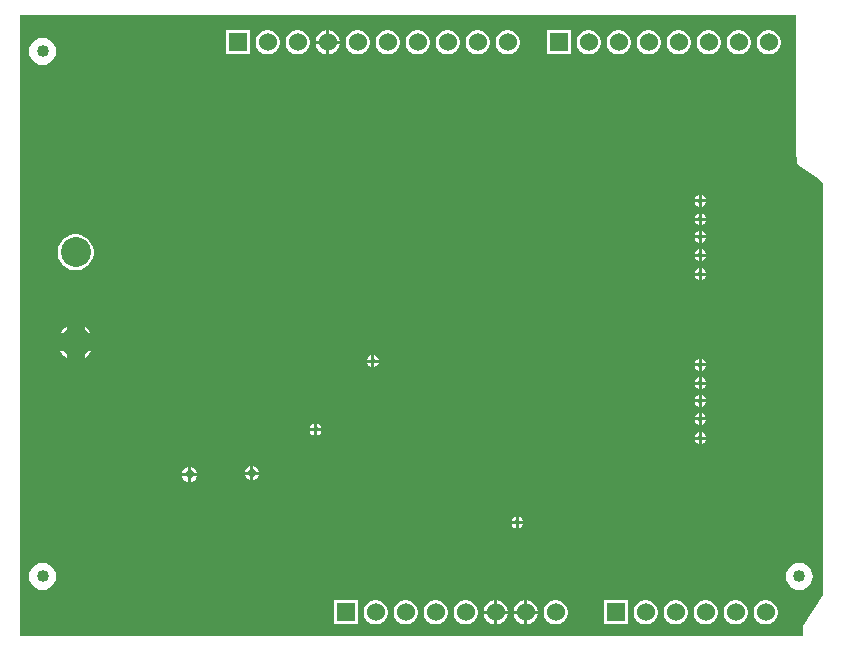
<source format=gbl>
G04*
G04 #@! TF.GenerationSoftware,Altium Limited,Altium Designer,22.10.1 (41)*
G04*
G04 Layer_Physical_Order=2*
G04 Layer_Color=16711680*
%FSLAX44Y44*%
%MOMM*%
G71*
G04*
G04 #@! TF.SameCoordinates,3906EDFC-F3CD-4CEC-90A2-A8884CA3E33F*
G04*
G04*
G04 #@! TF.FilePolarity,Positive*
G04*
G01*
G75*
%ADD32C,0.7112*%
%ADD35C,1.5240*%
%ADD36R,1.5240X1.5240*%
%ADD37C,1.0160*%
%ADD38C,2.5400*%
%ADD39C,0.5080*%
G36*
X660400Y411480D02*
X661620Y410260D01*
Y406400D01*
X661669Y406157D01*
X661667Y405909D01*
X661766Y405666D01*
X661817Y405409D01*
X661955Y405203D01*
X662049Y404974D01*
X662233Y404787D01*
X662379Y404569D01*
X662585Y404431D01*
X662759Y404255D01*
X677799Y394081D01*
X683260Y388620D01*
Y40342D01*
X667085Y14057D01*
X667012Y13863D01*
X666898Y13691D01*
X666838Y13394D01*
X666733Y13110D01*
X666741Y12903D01*
X666700Y12700D01*
Y5080D01*
X3860D01*
Y530860D01*
X660400D01*
Y411480D01*
D02*
G37*
%LPC*%
G36*
X265498Y518160D02*
X265430D01*
Y509270D01*
X274320D01*
Y509338D01*
X273628Y511922D01*
X272290Y514238D01*
X270398Y516130D01*
X268082Y517468D01*
X265498Y518160D01*
D02*
G37*
G36*
X262890D02*
X262822D01*
X260238Y517468D01*
X257922Y516130D01*
X256030Y514238D01*
X254692Y511922D01*
X254000Y509338D01*
Y509270D01*
X262890D01*
Y518160D01*
D02*
G37*
G36*
X638878D02*
X636202D01*
X633618Y517468D01*
X631302Y516130D01*
X629410Y514238D01*
X628072Y511922D01*
X627380Y509338D01*
Y506662D01*
X628072Y504078D01*
X629410Y501762D01*
X631302Y499870D01*
X633618Y498532D01*
X636202Y497840D01*
X638878D01*
X641462Y498532D01*
X643778Y499870D01*
X645670Y501762D01*
X647008Y504078D01*
X647700Y506662D01*
Y509338D01*
X647008Y511922D01*
X645670Y514238D01*
X643778Y516130D01*
X641462Y517468D01*
X638878Y518160D01*
D02*
G37*
G36*
X613478D02*
X610802D01*
X608218Y517468D01*
X605902Y516130D01*
X604010Y514238D01*
X602672Y511922D01*
X601980Y509338D01*
Y506662D01*
X602672Y504078D01*
X604010Y501762D01*
X605902Y499870D01*
X608218Y498532D01*
X610802Y497840D01*
X613478D01*
X616062Y498532D01*
X618378Y499870D01*
X620270Y501762D01*
X621608Y504078D01*
X622300Y506662D01*
Y509338D01*
X621608Y511922D01*
X620270Y514238D01*
X618378Y516130D01*
X616062Y517468D01*
X613478Y518160D01*
D02*
G37*
G36*
X588078D02*
X585402D01*
X582818Y517468D01*
X580502Y516130D01*
X578610Y514238D01*
X577272Y511922D01*
X576580Y509338D01*
Y506662D01*
X577272Y504078D01*
X578610Y501762D01*
X580502Y499870D01*
X582818Y498532D01*
X585402Y497840D01*
X588078D01*
X590662Y498532D01*
X592978Y499870D01*
X594870Y501762D01*
X596208Y504078D01*
X596900Y506662D01*
Y509338D01*
X596208Y511922D01*
X594870Y514238D01*
X592978Y516130D01*
X590662Y517468D01*
X588078Y518160D01*
D02*
G37*
G36*
X562678D02*
X560002D01*
X557418Y517468D01*
X555102Y516130D01*
X553210Y514238D01*
X551872Y511922D01*
X551180Y509338D01*
Y506662D01*
X551872Y504078D01*
X553210Y501762D01*
X555102Y499870D01*
X557418Y498532D01*
X560002Y497840D01*
X562678D01*
X565262Y498532D01*
X567578Y499870D01*
X569470Y501762D01*
X570808Y504078D01*
X571500Y506662D01*
Y509338D01*
X570808Y511922D01*
X569470Y514238D01*
X567578Y516130D01*
X565262Y517468D01*
X562678Y518160D01*
D02*
G37*
G36*
X537278D02*
X534602D01*
X532018Y517468D01*
X529702Y516130D01*
X527810Y514238D01*
X526472Y511922D01*
X525780Y509338D01*
Y506662D01*
X526472Y504078D01*
X527810Y501762D01*
X529702Y499870D01*
X532018Y498532D01*
X534602Y497840D01*
X537278D01*
X539862Y498532D01*
X542178Y499870D01*
X544070Y501762D01*
X545408Y504078D01*
X546100Y506662D01*
Y509338D01*
X545408Y511922D01*
X544070Y514238D01*
X542178Y516130D01*
X539862Y517468D01*
X537278Y518160D01*
D02*
G37*
G36*
X511878D02*
X509202D01*
X506618Y517468D01*
X504302Y516130D01*
X502410Y514238D01*
X501072Y511922D01*
X500380Y509338D01*
Y506662D01*
X501072Y504078D01*
X502410Y501762D01*
X504302Y499870D01*
X506618Y498532D01*
X509202Y497840D01*
X511878D01*
X514462Y498532D01*
X516778Y499870D01*
X518670Y501762D01*
X520008Y504078D01*
X520700Y506662D01*
Y509338D01*
X520008Y511922D01*
X518670Y514238D01*
X516778Y516130D01*
X514462Y517468D01*
X511878Y518160D01*
D02*
G37*
G36*
X486478D02*
X483802D01*
X481218Y517468D01*
X478902Y516130D01*
X477010Y514238D01*
X475672Y511922D01*
X474980Y509338D01*
Y506662D01*
X475672Y504078D01*
X477010Y501762D01*
X478902Y499870D01*
X481218Y498532D01*
X483802Y497840D01*
X486478D01*
X489062Y498532D01*
X491378Y499870D01*
X493270Y501762D01*
X494608Y504078D01*
X495300Y506662D01*
Y509338D01*
X494608Y511922D01*
X493270Y514238D01*
X491378Y516130D01*
X489062Y517468D01*
X486478Y518160D01*
D02*
G37*
G36*
X469900D02*
X449580D01*
Y497840D01*
X469900D01*
Y518160D01*
D02*
G37*
G36*
X417898D02*
X415222D01*
X412638Y517468D01*
X410322Y516130D01*
X408430Y514238D01*
X407092Y511922D01*
X406400Y509338D01*
Y506662D01*
X407092Y504078D01*
X408430Y501762D01*
X410322Y499870D01*
X412638Y498532D01*
X415222Y497840D01*
X417898D01*
X420482Y498532D01*
X422798Y499870D01*
X424690Y501762D01*
X426028Y504078D01*
X426720Y506662D01*
Y509338D01*
X426028Y511922D01*
X424690Y514238D01*
X422798Y516130D01*
X420482Y517468D01*
X417898Y518160D01*
D02*
G37*
G36*
X392498D02*
X389822D01*
X387238Y517468D01*
X384922Y516130D01*
X383030Y514238D01*
X381692Y511922D01*
X381000Y509338D01*
Y506662D01*
X381692Y504078D01*
X383030Y501762D01*
X384922Y499870D01*
X387238Y498532D01*
X389822Y497840D01*
X392498D01*
X395082Y498532D01*
X397398Y499870D01*
X399290Y501762D01*
X400628Y504078D01*
X401320Y506662D01*
Y509338D01*
X400628Y511922D01*
X399290Y514238D01*
X397398Y516130D01*
X395082Y517468D01*
X392498Y518160D01*
D02*
G37*
G36*
X367098D02*
X364422D01*
X361838Y517468D01*
X359522Y516130D01*
X357630Y514238D01*
X356292Y511922D01*
X355600Y509338D01*
Y506662D01*
X356292Y504078D01*
X357630Y501762D01*
X359522Y499870D01*
X361838Y498532D01*
X364422Y497840D01*
X367098D01*
X369682Y498532D01*
X371998Y499870D01*
X373890Y501762D01*
X375228Y504078D01*
X375920Y506662D01*
Y509338D01*
X375228Y511922D01*
X373890Y514238D01*
X371998Y516130D01*
X369682Y517468D01*
X367098Y518160D01*
D02*
G37*
G36*
X341698D02*
X339022D01*
X336438Y517468D01*
X334122Y516130D01*
X332230Y514238D01*
X330892Y511922D01*
X330200Y509338D01*
Y506662D01*
X330892Y504078D01*
X332230Y501762D01*
X334122Y499870D01*
X336438Y498532D01*
X339022Y497840D01*
X341698D01*
X344282Y498532D01*
X346598Y499870D01*
X348490Y501762D01*
X349828Y504078D01*
X350520Y506662D01*
Y509338D01*
X349828Y511922D01*
X348490Y514238D01*
X346598Y516130D01*
X344282Y517468D01*
X341698Y518160D01*
D02*
G37*
G36*
X316298D02*
X313622D01*
X311038Y517468D01*
X308722Y516130D01*
X306830Y514238D01*
X305492Y511922D01*
X304800Y509338D01*
Y506662D01*
X305492Y504078D01*
X306830Y501762D01*
X308722Y499870D01*
X311038Y498532D01*
X313622Y497840D01*
X316298D01*
X318882Y498532D01*
X321198Y499870D01*
X323090Y501762D01*
X324428Y504078D01*
X325120Y506662D01*
Y509338D01*
X324428Y511922D01*
X323090Y514238D01*
X321198Y516130D01*
X318882Y517468D01*
X316298Y518160D01*
D02*
G37*
G36*
X290898D02*
X288222D01*
X285638Y517468D01*
X283322Y516130D01*
X281430Y514238D01*
X280092Y511922D01*
X279400Y509338D01*
Y506662D01*
X280092Y504078D01*
X281430Y501762D01*
X283322Y499870D01*
X285638Y498532D01*
X288222Y497840D01*
X290898D01*
X293482Y498532D01*
X295798Y499870D01*
X297690Y501762D01*
X299028Y504078D01*
X299720Y506662D01*
Y509338D01*
X299028Y511922D01*
X297690Y514238D01*
X295798Y516130D01*
X293482Y517468D01*
X290898Y518160D01*
D02*
G37*
G36*
X274320Y506730D02*
X265430D01*
Y497840D01*
X265498D01*
X268082Y498532D01*
X270398Y499870D01*
X272290Y501762D01*
X273628Y504078D01*
X274320Y506662D01*
Y506730D01*
D02*
G37*
G36*
X262890D02*
X254000D01*
Y506662D01*
X254692Y504078D01*
X256030Y501762D01*
X257922Y499870D01*
X260238Y498532D01*
X262822Y497840D01*
X262890D01*
Y506730D01*
D02*
G37*
G36*
X240098Y518160D02*
X237422D01*
X234838Y517468D01*
X232522Y516130D01*
X230630Y514238D01*
X229292Y511922D01*
X228600Y509338D01*
Y506662D01*
X229292Y504078D01*
X230630Y501762D01*
X232522Y499870D01*
X234838Y498532D01*
X237422Y497840D01*
X240098D01*
X242682Y498532D01*
X244998Y499870D01*
X246890Y501762D01*
X248228Y504078D01*
X248920Y506662D01*
Y509338D01*
X248228Y511922D01*
X246890Y514238D01*
X244998Y516130D01*
X242682Y517468D01*
X240098Y518160D01*
D02*
G37*
G36*
X214698D02*
X212022D01*
X209438Y517468D01*
X207122Y516130D01*
X205230Y514238D01*
X203892Y511922D01*
X203200Y509338D01*
Y506662D01*
X203892Y504078D01*
X205230Y501762D01*
X207122Y499870D01*
X209438Y498532D01*
X212022Y497840D01*
X214698D01*
X217282Y498532D01*
X219598Y499870D01*
X221490Y501762D01*
X222828Y504078D01*
X223520Y506662D01*
Y509338D01*
X222828Y511922D01*
X221490Y514238D01*
X219598Y516130D01*
X217282Y517468D01*
X214698Y518160D01*
D02*
G37*
G36*
X198120D02*
X177800D01*
Y497840D01*
X198120D01*
Y518160D01*
D02*
G37*
G36*
X22860Y511909D02*
X19876Y511516D01*
X17096Y510364D01*
X14708Y508532D01*
X12876Y506144D01*
X11724Y503364D01*
X11331Y500380D01*
X11724Y497396D01*
X12876Y494616D01*
X14708Y492228D01*
X17096Y490396D01*
X19876Y489244D01*
X22860Y488851D01*
X25844Y489244D01*
X28624Y490396D01*
X31012Y492228D01*
X32844Y494616D01*
X33996Y497396D01*
X34389Y500380D01*
X33996Y503364D01*
X32844Y506144D01*
X31012Y508532D01*
X28624Y510364D01*
X25844Y511516D01*
X22860Y511909D01*
D02*
G37*
G36*
X581152Y378927D02*
Y375224D01*
X584855D01*
X584189Y376832D01*
X582760Y378261D01*
X581152Y378927D01*
D02*
G37*
G36*
X578612D02*
X577004Y378261D01*
X575575Y376832D01*
X574910Y375224D01*
X578612D01*
Y378927D01*
D02*
G37*
G36*
X584855Y372685D02*
X581152D01*
Y368982D01*
X582760Y369648D01*
X584189Y371077D01*
X584855Y372685D01*
D02*
G37*
G36*
X578612D02*
X574910D01*
X575575Y371077D01*
X577004Y369648D01*
X578612Y368982D01*
Y372685D01*
D02*
G37*
G36*
X581152Y363179D02*
Y359477D01*
X584855D01*
X584189Y361084D01*
X582760Y362513D01*
X581152Y363179D01*
D02*
G37*
G36*
X578612D02*
X577004Y362513D01*
X575575Y361084D01*
X574910Y359477D01*
X578612D01*
Y363179D01*
D02*
G37*
G36*
X584855Y356936D02*
X581152D01*
Y353234D01*
X582760Y353900D01*
X584189Y355329D01*
X584855Y356936D01*
D02*
G37*
G36*
X578612D02*
X574910D01*
X575575Y355329D01*
X577004Y353900D01*
X578612Y353234D01*
Y356936D01*
D02*
G37*
G36*
X581152Y348447D02*
Y344744D01*
X584855D01*
X584189Y346352D01*
X582760Y347781D01*
X581152Y348447D01*
D02*
G37*
G36*
X578612D02*
X577004Y347781D01*
X575575Y346352D01*
X574910Y344744D01*
X578612D01*
Y348447D01*
D02*
G37*
G36*
X584855Y342205D02*
X581152D01*
Y338502D01*
X582760Y339168D01*
X584189Y340597D01*
X584855Y342205D01*
D02*
G37*
G36*
X578612D02*
X574910D01*
X575575Y340597D01*
X577004Y339168D01*
X578612Y338502D01*
Y342205D01*
D02*
G37*
G36*
X581152Y332953D02*
Y329250D01*
X584855D01*
X584189Y330858D01*
X582760Y332287D01*
X581152Y332953D01*
D02*
G37*
G36*
X578612D02*
X577004Y332287D01*
X575575Y330858D01*
X574910Y329250D01*
X578612D01*
Y332953D01*
D02*
G37*
G36*
X584855Y326711D02*
X581152D01*
Y323008D01*
X582760Y323674D01*
X584189Y325103D01*
X584855Y326711D01*
D02*
G37*
G36*
X578612D02*
X574910D01*
X575575Y325103D01*
X577004Y323674D01*
X578612Y323008D01*
Y326711D01*
D02*
G37*
G36*
X52301Y345440D02*
X49299D01*
X46355Y344854D01*
X43581Y343705D01*
X41085Y342038D01*
X38962Y339915D01*
X37294Y337419D01*
X36146Y334645D01*
X35560Y331701D01*
Y328699D01*
X36146Y325755D01*
X37294Y322981D01*
X38962Y320485D01*
X41085Y318362D01*
X43581Y316695D01*
X46355Y315546D01*
X49299Y314960D01*
X52301D01*
X55245Y315546D01*
X58019Y316695D01*
X60515Y318362D01*
X62638Y320485D01*
X64306Y322981D01*
X65454Y325755D01*
X66040Y328699D01*
Y331701D01*
X65454Y334645D01*
X64306Y337419D01*
X62638Y339915D01*
X60515Y342038D01*
X58019Y343705D01*
X55245Y344854D01*
X52301Y345440D01*
D02*
G37*
G36*
X581152Y316697D02*
Y312994D01*
X584855D01*
X584189Y314602D01*
X582760Y316031D01*
X581152Y316697D01*
D02*
G37*
G36*
X578612D02*
X577004Y316031D01*
X575575Y314602D01*
X574910Y312994D01*
X578612D01*
Y316697D01*
D02*
G37*
G36*
X584855Y310455D02*
X581152D01*
Y306752D01*
X582760Y307418D01*
X584189Y308847D01*
X584855Y310455D01*
D02*
G37*
G36*
X578612D02*
X574910D01*
X575575Y308847D01*
X577004Y307418D01*
X578612Y306752D01*
Y310455D01*
D02*
G37*
G36*
X58420Y267237D02*
Y261620D01*
X64037D01*
X62638Y263715D01*
X60515Y265838D01*
X58420Y267237D01*
D02*
G37*
G36*
X43180D02*
X41085Y265838D01*
X38962Y263715D01*
X37562Y261620D01*
X43180D01*
Y267237D01*
D02*
G37*
G36*
Y246380D02*
X37562D01*
X38962Y244285D01*
X41085Y242162D01*
X43180Y240763D01*
Y246380D01*
D02*
G37*
G36*
X64037D02*
X58420D01*
Y240763D01*
X60515Y242162D01*
X62638Y244285D01*
X64037Y246380D01*
D02*
G37*
G36*
X303784Y242971D02*
Y239268D01*
X307486D01*
X306821Y240876D01*
X305392Y242305D01*
X303784Y242971D01*
D02*
G37*
G36*
X301244D02*
X299636Y242305D01*
X298207Y240876D01*
X297542Y239268D01*
X301244D01*
Y242971D01*
D02*
G37*
G36*
X581152Y240177D02*
Y236474D01*
X584855D01*
X584189Y238082D01*
X582760Y239511D01*
X581152Y240177D01*
D02*
G37*
G36*
X578612D02*
X577004Y239511D01*
X575575Y238082D01*
X574910Y236474D01*
X578612D01*
Y240177D01*
D02*
G37*
G36*
X307486Y236728D02*
X303784D01*
Y233025D01*
X305392Y233691D01*
X306821Y235120D01*
X307486Y236728D01*
D02*
G37*
G36*
X301244D02*
X297542D01*
X298207Y235120D01*
X299636Y233691D01*
X301244Y233025D01*
Y236728D01*
D02*
G37*
G36*
X584855Y233934D02*
X581152D01*
Y230231D01*
X582760Y230897D01*
X584189Y232326D01*
X584855Y233934D01*
D02*
G37*
G36*
X578612D02*
X574910D01*
X575575Y232326D01*
X577004Y230897D01*
X578612Y230231D01*
Y233934D01*
D02*
G37*
G36*
X581152Y224429D02*
Y220726D01*
X584855D01*
X584189Y222334D01*
X582760Y223763D01*
X581152Y224429D01*
D02*
G37*
G36*
X578612D02*
X577004Y223763D01*
X575575Y222334D01*
X574910Y220726D01*
X578612D01*
Y224429D01*
D02*
G37*
G36*
X584855Y218186D02*
X581152D01*
Y214484D01*
X582760Y215149D01*
X584189Y216578D01*
X584855Y218186D01*
D02*
G37*
G36*
X578612D02*
X574910D01*
X575575Y216578D01*
X577004Y215149D01*
X578612Y214484D01*
Y218186D01*
D02*
G37*
G36*
X581152Y209697D02*
Y205994D01*
X584855D01*
X584189Y207602D01*
X582760Y209031D01*
X581152Y209697D01*
D02*
G37*
G36*
X578612D02*
X577004Y209031D01*
X575575Y207602D01*
X574910Y205994D01*
X578612D01*
Y209697D01*
D02*
G37*
G36*
X584855Y203454D02*
X581152D01*
Y199751D01*
X582760Y200417D01*
X584189Y201846D01*
X584855Y203454D01*
D02*
G37*
G36*
X578612D02*
X574910D01*
X575575Y201846D01*
X577004Y200417D01*
X578612Y199751D01*
Y203454D01*
D02*
G37*
G36*
X581152Y194202D02*
Y190500D01*
X584855D01*
X584189Y192108D01*
X582760Y193537D01*
X581152Y194202D01*
D02*
G37*
G36*
X578612D02*
X577004Y193537D01*
X575575Y192108D01*
X574910Y190500D01*
X578612D01*
Y194202D01*
D02*
G37*
G36*
X584855Y187960D02*
X581152D01*
Y184258D01*
X582760Y184923D01*
X584189Y186352D01*
X584855Y187960D01*
D02*
G37*
G36*
X578612D02*
X574910D01*
X575575Y186352D01*
X577004Y184923D01*
X578612Y184258D01*
Y187960D01*
D02*
G37*
G36*
X255270Y185312D02*
Y181610D01*
X258972D01*
X258307Y183218D01*
X256878Y184647D01*
X255270Y185312D01*
D02*
G37*
G36*
X252730D02*
X251122Y184647D01*
X249693Y183218D01*
X249028Y181610D01*
X252730D01*
Y185312D01*
D02*
G37*
G36*
X258972Y179070D02*
X255270D01*
Y175368D01*
X256878Y176033D01*
X258307Y177462D01*
X258972Y179070D01*
D02*
G37*
G36*
X252730D02*
X249028D01*
X249693Y177462D01*
X251122Y176033D01*
X252730Y175368D01*
Y179070D01*
D02*
G37*
G36*
X581152Y177946D02*
Y174244D01*
X584855D01*
X584189Y175852D01*
X582760Y177281D01*
X581152Y177946D01*
D02*
G37*
G36*
X578612D02*
X577004Y177281D01*
X575575Y175852D01*
X574910Y174244D01*
X578612D01*
Y177946D01*
D02*
G37*
G36*
X584855Y171704D02*
X581152D01*
Y168001D01*
X582760Y168667D01*
X584189Y170096D01*
X584855Y171704D01*
D02*
G37*
G36*
X578612D02*
X574910D01*
X575575Y170096D01*
X577004Y168667D01*
X578612Y168001D01*
Y171704D01*
D02*
G37*
G36*
X201422Y149328D02*
Y144526D01*
X206224D01*
X205320Y146709D01*
X203605Y148424D01*
X201422Y149328D01*
D02*
G37*
G36*
X198882D02*
X196699Y148424D01*
X194984Y146709D01*
X194080Y144526D01*
X198882D01*
Y149328D01*
D02*
G37*
G36*
X148590Y148312D02*
Y143510D01*
X153392D01*
X152488Y145693D01*
X150773Y147408D01*
X148590Y148312D01*
D02*
G37*
G36*
X146050D02*
X143867Y147408D01*
X142152Y145693D01*
X141248Y143510D01*
X146050D01*
Y148312D01*
D02*
G37*
G36*
X206224Y141986D02*
X201422D01*
Y137184D01*
X203605Y138088D01*
X205320Y139803D01*
X206224Y141986D01*
D02*
G37*
G36*
X198882D02*
X194080D01*
X194984Y139803D01*
X196699Y138088D01*
X198882Y137184D01*
Y141986D01*
D02*
G37*
G36*
X153392Y140970D02*
X148590D01*
Y136168D01*
X150773Y137072D01*
X152488Y138787D01*
X153392Y140970D01*
D02*
G37*
G36*
X146050D02*
X141248D01*
X142152Y138787D01*
X143867Y137072D01*
X146050Y136168D01*
Y140970D01*
D02*
G37*
G36*
X426212Y106573D02*
Y102870D01*
X429915D01*
X429249Y104478D01*
X427820Y105907D01*
X426212Y106573D01*
D02*
G37*
G36*
X423672D02*
X422064Y105907D01*
X420635Y104478D01*
X419969Y102870D01*
X423672D01*
Y106573D01*
D02*
G37*
G36*
X429915Y100330D02*
X426212D01*
Y96628D01*
X427820Y97293D01*
X429249Y98722D01*
X429915Y100330D01*
D02*
G37*
G36*
X423672D02*
X419969D01*
X420635Y98722D01*
X422064Y97293D01*
X423672Y96628D01*
Y100330D01*
D02*
G37*
G36*
X663603Y67428D02*
X660619Y67035D01*
X657839Y65884D01*
X655451Y64052D01*
X653619Y61664D01*
X652467Y58883D01*
X652074Y55900D01*
X652467Y52916D01*
X653619Y50135D01*
X655451Y47748D01*
X657839Y45915D01*
X660619Y44764D01*
X663603Y44371D01*
X666587Y44764D01*
X669367Y45915D01*
X671755Y47748D01*
X673587Y50135D01*
X674739Y52916D01*
X675131Y55900D01*
X674739Y58883D01*
X673587Y61664D01*
X671755Y64052D01*
X669367Y65884D01*
X666587Y67035D01*
X663603Y67428D01*
D02*
G37*
G36*
X22860D02*
X19876Y67035D01*
X17096Y65884D01*
X14708Y64052D01*
X12876Y61664D01*
X11724Y58883D01*
X11331Y55900D01*
X11724Y52916D01*
X12876Y50135D01*
X14708Y47748D01*
X17096Y45915D01*
X19876Y44764D01*
X22860Y44371D01*
X25844Y44764D01*
X28624Y45915D01*
X31012Y47748D01*
X32844Y50135D01*
X33996Y52916D01*
X34389Y55900D01*
X33996Y58883D01*
X32844Y61664D01*
X31012Y64052D01*
X28624Y65884D01*
X25844Y67035D01*
X22860Y67428D01*
D02*
G37*
G36*
X433138Y35560D02*
X433070D01*
Y26670D01*
X441960D01*
Y26738D01*
X441268Y29322D01*
X439930Y31638D01*
X438038Y33530D01*
X435722Y34868D01*
X433138Y35560D01*
D02*
G37*
G36*
X430530D02*
X430462D01*
X427878Y34868D01*
X425562Y33530D01*
X423670Y31638D01*
X422332Y29322D01*
X421640Y26738D01*
Y26670D01*
X430530D01*
Y35560D01*
D02*
G37*
G36*
X407738D02*
X407670D01*
Y26670D01*
X416560D01*
Y26738D01*
X415868Y29322D01*
X414530Y31638D01*
X412638Y33530D01*
X410322Y34868D01*
X407738Y35560D01*
D02*
G37*
G36*
X405130D02*
X405062D01*
X402478Y34868D01*
X400162Y33530D01*
X398270Y31638D01*
X396932Y29322D01*
X396240Y26738D01*
Y26670D01*
X405130D01*
Y35560D01*
D02*
G37*
G36*
X636338D02*
X633662D01*
X631078Y34868D01*
X628762Y33530D01*
X626870Y31638D01*
X625532Y29322D01*
X624840Y26738D01*
Y24062D01*
X625532Y21478D01*
X626870Y19162D01*
X628762Y17270D01*
X631078Y15932D01*
X633662Y15240D01*
X636338D01*
X638922Y15932D01*
X641238Y17270D01*
X643130Y19162D01*
X644468Y21478D01*
X645160Y24062D01*
Y26738D01*
X644468Y29322D01*
X643130Y31638D01*
X641238Y33530D01*
X638922Y34868D01*
X636338Y35560D01*
D02*
G37*
G36*
X610938D02*
X608262D01*
X605678Y34868D01*
X603362Y33530D01*
X601470Y31638D01*
X600132Y29322D01*
X599440Y26738D01*
Y24062D01*
X600132Y21478D01*
X601470Y19162D01*
X603362Y17270D01*
X605678Y15932D01*
X608262Y15240D01*
X610938D01*
X613522Y15932D01*
X615838Y17270D01*
X617730Y19162D01*
X619068Y21478D01*
X619760Y24062D01*
Y26738D01*
X619068Y29322D01*
X617730Y31638D01*
X615838Y33530D01*
X613522Y34868D01*
X610938Y35560D01*
D02*
G37*
G36*
X585538D02*
X582862D01*
X580278Y34868D01*
X577962Y33530D01*
X576070Y31638D01*
X574732Y29322D01*
X574040Y26738D01*
Y24062D01*
X574732Y21478D01*
X576070Y19162D01*
X577962Y17270D01*
X580278Y15932D01*
X582862Y15240D01*
X585538D01*
X588122Y15932D01*
X590438Y17270D01*
X592330Y19162D01*
X593668Y21478D01*
X594360Y24062D01*
Y26738D01*
X593668Y29322D01*
X592330Y31638D01*
X590438Y33530D01*
X588122Y34868D01*
X585538Y35560D01*
D02*
G37*
G36*
X560138D02*
X557462D01*
X554878Y34868D01*
X552562Y33530D01*
X550670Y31638D01*
X549332Y29322D01*
X548640Y26738D01*
Y24062D01*
X549332Y21478D01*
X550670Y19162D01*
X552562Y17270D01*
X554878Y15932D01*
X557462Y15240D01*
X560138D01*
X562722Y15932D01*
X565038Y17270D01*
X566930Y19162D01*
X568268Y21478D01*
X568960Y24062D01*
Y26738D01*
X568268Y29322D01*
X566930Y31638D01*
X565038Y33530D01*
X562722Y34868D01*
X560138Y35560D01*
D02*
G37*
G36*
X534738D02*
X532062D01*
X529478Y34868D01*
X527162Y33530D01*
X525270Y31638D01*
X523932Y29322D01*
X523240Y26738D01*
Y24062D01*
X523932Y21478D01*
X525270Y19162D01*
X527162Y17270D01*
X529478Y15932D01*
X532062Y15240D01*
X534738D01*
X537322Y15932D01*
X539638Y17270D01*
X541530Y19162D01*
X542868Y21478D01*
X543560Y24062D01*
Y26738D01*
X542868Y29322D01*
X541530Y31638D01*
X539638Y33530D01*
X537322Y34868D01*
X534738Y35560D01*
D02*
G37*
G36*
X518160D02*
X497840D01*
Y15240D01*
X518160D01*
Y35560D01*
D02*
G37*
G36*
X458538D02*
X455862D01*
X453278Y34868D01*
X450962Y33530D01*
X449070Y31638D01*
X447732Y29322D01*
X447040Y26738D01*
Y24062D01*
X447732Y21478D01*
X449070Y19162D01*
X450962Y17270D01*
X453278Y15932D01*
X455862Y15240D01*
X458538D01*
X461122Y15932D01*
X463438Y17270D01*
X465330Y19162D01*
X466668Y21478D01*
X467360Y24062D01*
Y26738D01*
X466668Y29322D01*
X465330Y31638D01*
X463438Y33530D01*
X461122Y34868D01*
X458538Y35560D01*
D02*
G37*
G36*
X441960Y24130D02*
X433070D01*
Y15240D01*
X433138D01*
X435722Y15932D01*
X438038Y17270D01*
X439930Y19162D01*
X441268Y21478D01*
X441960Y24062D01*
Y24130D01*
D02*
G37*
G36*
X430530D02*
X421640D01*
Y24062D01*
X422332Y21478D01*
X423670Y19162D01*
X425562Y17270D01*
X427878Y15932D01*
X430462Y15240D01*
X430530D01*
Y24130D01*
D02*
G37*
G36*
X416560D02*
X407670D01*
Y15240D01*
X407738D01*
X410322Y15932D01*
X412638Y17270D01*
X414530Y19162D01*
X415868Y21478D01*
X416560Y24062D01*
Y24130D01*
D02*
G37*
G36*
X405130D02*
X396240D01*
Y24062D01*
X396932Y21478D01*
X398270Y19162D01*
X400162Y17270D01*
X402478Y15932D01*
X405062Y15240D01*
X405130D01*
Y24130D01*
D02*
G37*
G36*
X382338Y35560D02*
X379662D01*
X377078Y34868D01*
X374762Y33530D01*
X372870Y31638D01*
X371532Y29322D01*
X370840Y26738D01*
Y24062D01*
X371532Y21478D01*
X372870Y19162D01*
X374762Y17270D01*
X377078Y15932D01*
X379662Y15240D01*
X382338D01*
X384922Y15932D01*
X387238Y17270D01*
X389130Y19162D01*
X390468Y21478D01*
X391160Y24062D01*
Y26738D01*
X390468Y29322D01*
X389130Y31638D01*
X387238Y33530D01*
X384922Y34868D01*
X382338Y35560D01*
D02*
G37*
G36*
X356938D02*
X354262D01*
X351678Y34868D01*
X349362Y33530D01*
X347470Y31638D01*
X346132Y29322D01*
X345440Y26738D01*
Y24062D01*
X346132Y21478D01*
X347470Y19162D01*
X349362Y17270D01*
X351678Y15932D01*
X354262Y15240D01*
X356938D01*
X359522Y15932D01*
X361838Y17270D01*
X363730Y19162D01*
X365068Y21478D01*
X365760Y24062D01*
Y26738D01*
X365068Y29322D01*
X363730Y31638D01*
X361838Y33530D01*
X359522Y34868D01*
X356938Y35560D01*
D02*
G37*
G36*
X331538D02*
X328862D01*
X326278Y34868D01*
X323962Y33530D01*
X322070Y31638D01*
X320732Y29322D01*
X320040Y26738D01*
Y24062D01*
X320732Y21478D01*
X322070Y19162D01*
X323962Y17270D01*
X326278Y15932D01*
X328862Y15240D01*
X331538D01*
X334122Y15932D01*
X336438Y17270D01*
X338330Y19162D01*
X339668Y21478D01*
X340360Y24062D01*
Y26738D01*
X339668Y29322D01*
X338330Y31638D01*
X336438Y33530D01*
X334122Y34868D01*
X331538Y35560D01*
D02*
G37*
G36*
X306138D02*
X303462D01*
X300878Y34868D01*
X298562Y33530D01*
X296670Y31638D01*
X295332Y29322D01*
X294640Y26738D01*
Y24062D01*
X295332Y21478D01*
X296670Y19162D01*
X298562Y17270D01*
X300878Y15932D01*
X303462Y15240D01*
X306138D01*
X308722Y15932D01*
X311038Y17270D01*
X312930Y19162D01*
X314268Y21478D01*
X314960Y24062D01*
Y26738D01*
X314268Y29322D01*
X312930Y31638D01*
X311038Y33530D01*
X308722Y34868D01*
X306138Y35560D01*
D02*
G37*
G36*
X289560D02*
X269240D01*
Y15240D01*
X289560D01*
Y35560D01*
D02*
G37*
%LPD*%
D32*
X200152Y143256D02*
D03*
X147320Y142240D02*
D03*
D35*
X635000Y25400D02*
D03*
X609600D02*
D03*
X584200D02*
D03*
X558800D02*
D03*
X533400D02*
D03*
X365760Y508000D02*
D03*
X340360D02*
D03*
X314960D02*
D03*
X289560D02*
D03*
X264160D02*
D03*
X238760D02*
D03*
X213360D02*
D03*
X416560D02*
D03*
X391160D02*
D03*
X485140D02*
D03*
X510540D02*
D03*
X535940D02*
D03*
X561340D02*
D03*
X586740D02*
D03*
X612140D02*
D03*
X637540D02*
D03*
X304800Y25400D02*
D03*
X330200D02*
D03*
X355600D02*
D03*
X381000D02*
D03*
X406400D02*
D03*
X431800D02*
D03*
X457200D02*
D03*
D36*
X508000D02*
D03*
X187960Y508000D02*
D03*
X459740D02*
D03*
X279400Y25400D02*
D03*
D37*
X663603Y55900D02*
D03*
X22860D02*
D03*
Y500380D02*
D03*
D38*
X50800Y254000D02*
D03*
Y330200D02*
D03*
D39*
X302514Y237998D02*
D03*
X579882Y343475D02*
D03*
Y358206D02*
D03*
Y373955D02*
D03*
Y327980D02*
D03*
Y311724D02*
D03*
Y172974D02*
D03*
Y189230D02*
D03*
Y235204D02*
D03*
Y219456D02*
D03*
Y204724D02*
D03*
X424942Y101600D02*
D03*
X254000Y180340D02*
D03*
M02*

</source>
